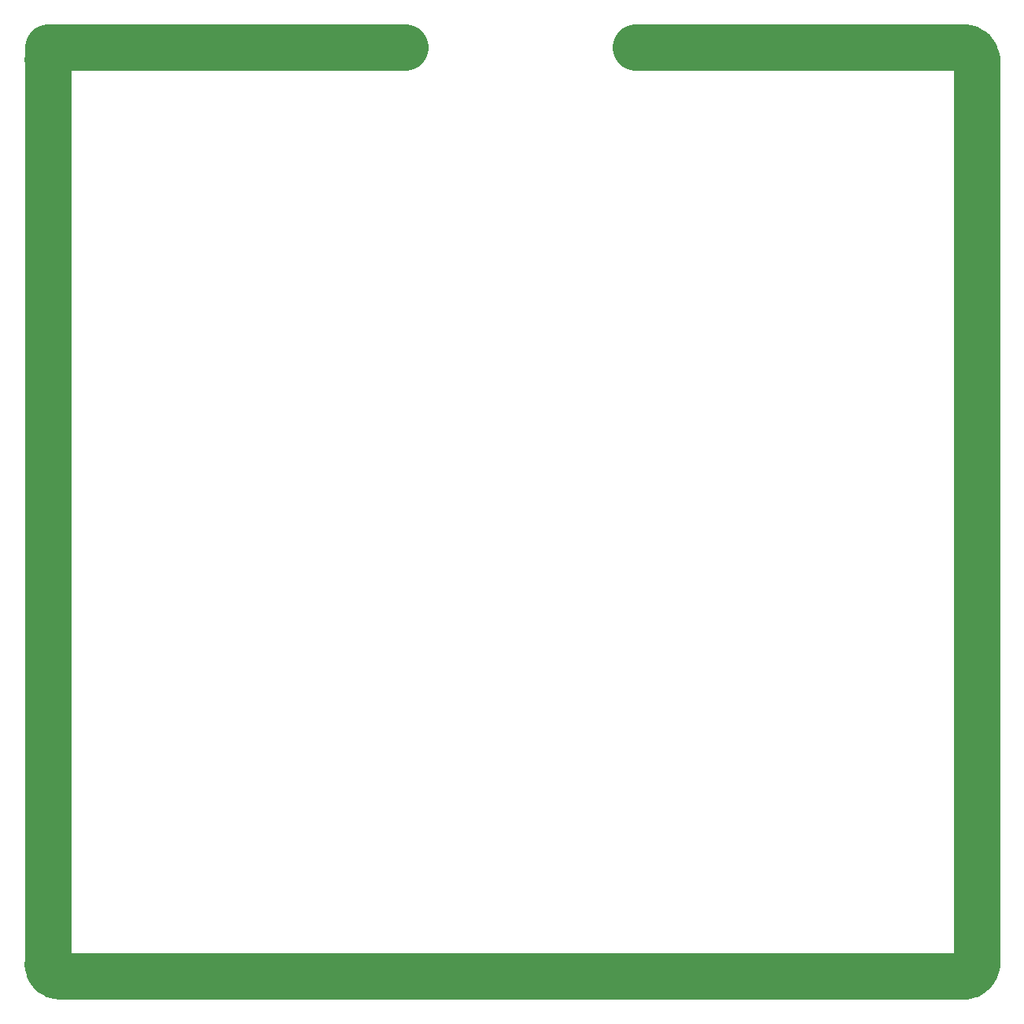
<source format=gko>
G04*
G04 #@! TF.GenerationSoftware,Altium Limited,Altium Designer,21.4.1 (30)*
G04*
G04 Layer_Color=16711935*
%FSLAX25Y25*%
%MOIN*%
G70*
G04*
G04 #@! TF.SameCoordinates,7B2BD0F0-F325-43E0-8A4B-F521747280A9*
G04*
G04*
G04 #@! TF.FilePolarity,Positive*
G04*
G01*
G75*
%ADD133C,0.19685*%
D133*
Y5000D02*
G03*
X5000Y0I5000J0D01*
G01*
Y393701D02*
G03*
X0Y388701I0J-5000D01*
G01*
X393701D02*
G03*
X388701Y393701I-5000J0D01*
G01*
Y0D02*
G03*
X393701Y5000I0J5000D01*
G01*
X0D02*
Y393701D01*
X151575D01*
X249016D02*
X388701D01*
X393701Y102362D02*
X393701Y388701D01*
Y5000D02*
Y104331D01*
X7874Y-0D02*
X388701Y0D01*
M02*

</source>
